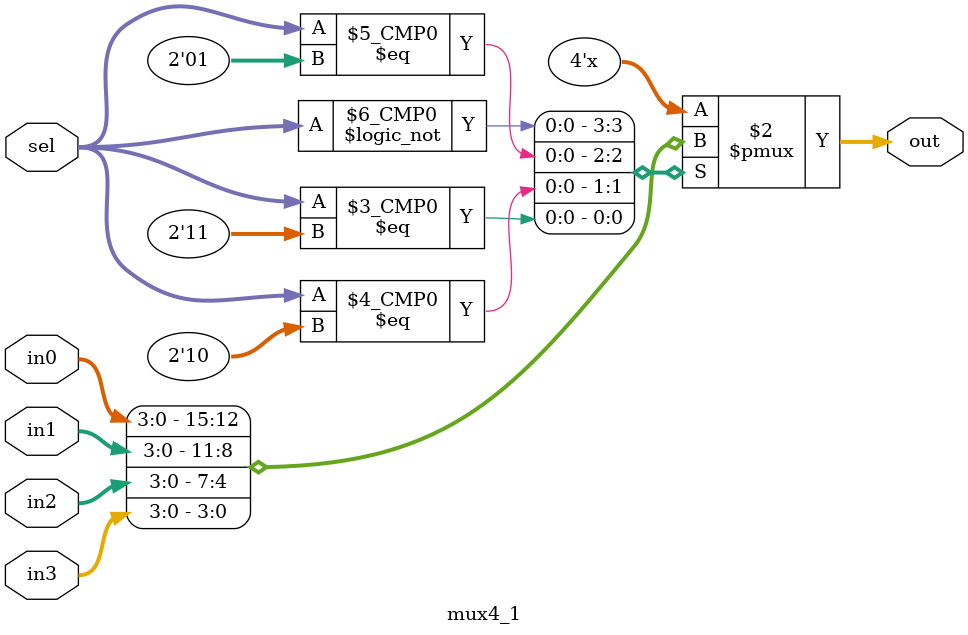
<source format=v>
module mux4_1(out,in0,in1,in2,in3,sel);
output reg  [3:0] out;
input [3:0] in0,in1,in2,in3;
input[1:0] sel;
always @(in0 or in1 or in2 or in3 or sel) //敏感信号列表
case(sel)
2'b00: out=in0;
2'b01: out=in1;
2'b10: out=in2;
2'b11: out=in3;
default: out=4'b0000;
endcase
endmodule

</source>
